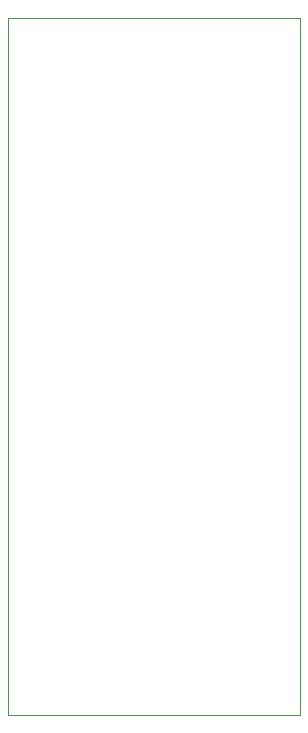
<source format=gm1>
G04 #@! TF.GenerationSoftware,KiCad,Pcbnew,(5.1.9)-1*
G04 #@! TF.CreationDate,2022-09-29T02:40:57-04:00*
G04 #@! TF.ProjectId,Cocoloca-samtap,436f636f-6c6f-4636-912d-73616d746170,rev?*
G04 #@! TF.SameCoordinates,Original*
G04 #@! TF.FileFunction,Profile,NP*
%FSLAX46Y46*%
G04 Gerber Fmt 4.6, Leading zero omitted, Abs format (unit mm)*
G04 Created by KiCad (PCBNEW (5.1.9)-1) date 2022-09-29 02:40:57*
%MOMM*%
%LPD*%
G01*
G04 APERTURE LIST*
G04 #@! TA.AperFunction,Profile*
%ADD10C,0.050000*%
G04 #@! TD*
G04 APERTURE END LIST*
D10*
X110490000Y-147320000D02*
X110490000Y-88265000D01*
X135255000Y-147320000D02*
X110490000Y-147320000D01*
X135255000Y-88265000D02*
X135255000Y-147320000D01*
X110490000Y-88265000D02*
X135255000Y-88265000D01*
M02*

</source>
